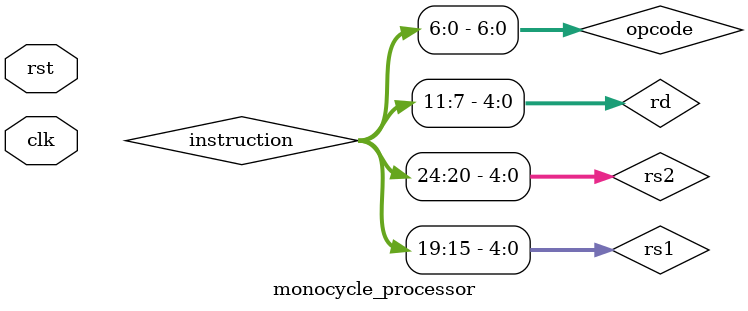
<source format=sv>
`include "ALU.sv"
`include "register_file.sv"
`include "data_memory.sv"
`include "instruction_memory.sv"
`include "PC.sv"
`include "control_unit.sv"
`include "immediate_generator.sv"
`include "branch_unit.sv"

module monocycle_processor (
    input wire clk,
    input wire rst
);

    wire [31:0] pc_out, pc_in, instruction, imm_ext;
    wire [31:0] RU_rs1, RU_rs2, ALURes, DataRd, DataWr;
    wire [4:0] rs1, rs2, rd;
    wire [2:0] funct3;
    wire [6:0] opcode, funct7;
    wire [4:0] BrOp;       
  	wire [3:0] ALUOp;
    wire DMWr, ALUASrc, ALUBSrc, RUWr;
    wire [1:0] RUDataWrSrc;
    wire [2:0] DMCtrl;
    wire [2:0] ImmSrc;
    wire NextPCSrc;
  

    pc PC (
        .clk(clk),
        .rst(rst),
        .pc_in(pc_in),
        .pc_out(pc_out)
    );

    instruction_memory IM (
        .addr(pc_out),
        .instruction(instruction)
    );

    assign opcode = instruction[6:0];
    assign funct3 = instruction[14:12];
    assign funct7 = instruction[31:25];
    assign rs1 = instruction[19:15];
    assign rs2 = instruction[24:20];
    assign rd = instruction[11:7];

    control_unit CU (
        .OpCode(opcode),
        .funct3(funct3),
        .funct7(funct7),
        .BrOp(BrOp),
        .DMCtrl(DMCtrl),
        .DMWr(DMWr),
        .ALUOp(ALUOp),
        .ALUASrc(ALUASrc),
        .ALUBSrc(ALUBSrc),
        .RUWr(RUWr),
        .RUDataWrSrc(RUDataWrSrc),
        .ImmSrc(ImmSrc)   
    );

    immediate_generator ImmGen (
      	.instruction(instruction[31:7]),
        .ImmSrc(ImmSrc),       
        .imm_ext(imm_ext)
    );
  
    // MUX para seleccionar ALU source A
    wire [31:0] ALUA = (ALUASrc) ? pc_out : RU_rs1;

    // MUX para seleccionar ALU source B
    wire [31:0] ALUB = (ALUBSrc) ? imm_ext : RU_rs2;

    ALU ALU (
        .A(ALUA),
        .B(ALUB),
        .ALUOp(ALUOp),         
        .ALURes(ALURes)
    );

    data_memory DM (
      	.clk(clk),
        .DMWr(DMWr),
        .DMCtrl(DMCtrl),
        .addr(ALURes),
        .DataWr(RU_rs2),
        .DataRd(DataRd)
    );
    
    branch_unit br_unit (
        .BrOp(BrOp),        
        .A(RU_rs1),
        .B(RU_rs2),
      	.NextPCSrc(NextPCSrc)
    );
  


    // Lógica para calcular el siguiente valor de PC
  	assign pc_in = (NextPCSrc) ? ALURes : pc_out + 4;

    // Lógica para seleccionar el valor de escritura en el registro
    assign DataWr = (RUDataWrSrc == 2'b00) ? ALURes :
                    (RUDataWrSrc == 2'b01) ? DataRd :
                    (RUDataWrSrc == 2'b10) ? (pc_out + 4) : 32'b0;
  
    register_file RF (
        .clk(clk),
        .rs1(rs1),
        .rs2(rs2),
        .rd(rd),
        .RUWr(RUWr),
        .DataWr(DataWr),
        .RU_rs1(RU_rs1),
        .RU_rs2(RU_rs2)
    );

endmodule

</source>
